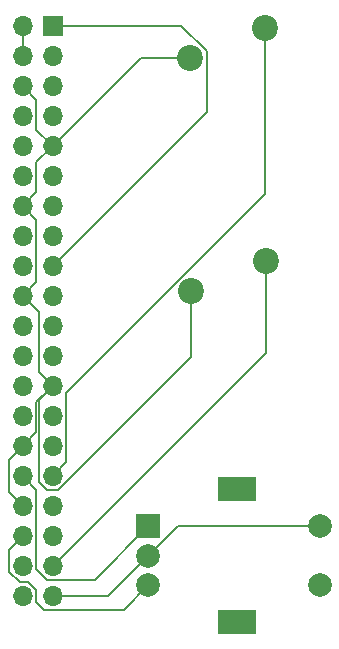
<source format=gbr>
%TF.GenerationSoftware,KiCad,Pcbnew,9.0.0*%
%TF.CreationDate,2025-06-10T12:24:27+05:30*%
%TF.ProjectId,MP3Player,4d503350-6c61-4796-9572-2e6b69636164,rev?*%
%TF.SameCoordinates,Original*%
%TF.FileFunction,Copper,L1,Top*%
%TF.FilePolarity,Positive*%
%FSLAX46Y46*%
G04 Gerber Fmt 4.6, Leading zero omitted, Abs format (unit mm)*
G04 Created by KiCad (PCBNEW 9.0.0) date 2025-06-10 12:24:27*
%MOMM*%
%LPD*%
G01*
G04 APERTURE LIST*
%TA.AperFunction,ComponentPad*%
%ADD10C,2.200000*%
%TD*%
%TA.AperFunction,ComponentPad*%
%ADD11C,2.000000*%
%TD*%
%TA.AperFunction,ComponentPad*%
%ADD12R,3.200000X2.000000*%
%TD*%
%TA.AperFunction,ComponentPad*%
%ADD13R,2.000000X2.000000*%
%TD*%
%TA.AperFunction,ComponentPad*%
%ADD14R,1.700000X1.700000*%
%TD*%
%TA.AperFunction,ComponentPad*%
%ADD15O,1.700000X1.700000*%
%TD*%
%TA.AperFunction,Conductor*%
%ADD16C,0.200000*%
%TD*%
G04 APERTURE END LIST*
D10*
%TO.P,SW3,2,2*%
%TO.N,Net-(J1-GND-Pad14)*%
X155190000Y-109880000D03*
%TO.P,SW3,1,1*%
%TO.N,Net-(J1-GPIO26{slash}SDIO_DAT2)*%
X161540000Y-107340000D03*
%TD*%
D11*
%TO.P,SW1,S2,S2*%
%TO.N,Net-(J1-GND-Pad14)*%
X166080000Y-129745000D03*
%TO.P,SW1,S1,S1*%
%TO.N,Net-(J1-GPCLK1{slash}GPIO05)*%
X166080000Y-134745000D03*
D12*
%TO.P,SW1,MP*%
%TO.N,N/C*%
X159080000Y-137845000D03*
X159080000Y-126645000D03*
D11*
%TO.P,SW1,C,C*%
%TO.N,Net-(J1-GND-Pad14)*%
X151580000Y-132245000D03*
%TO.P,SW1,B,B*%
%TO.N,Net-(J1-GPIO16{slash}SPI1_~{CE2})*%
X151580000Y-134745000D03*
D13*
%TO.P,SW1,A,A*%
%TO.N,Net-(J1-GPIO12{slash}PWM0)*%
X151580000Y-129745000D03*
%TD*%
D10*
%TO.P,SW2,2,2*%
%TO.N,Net-(J1-GND-Pad14)*%
X155110000Y-90135000D03*
%TO.P,SW2,1,1*%
%TO.N,Net-(J1-GPCLK2{slash}GPIO06)*%
X161460000Y-87595000D03*
%TD*%
D14*
%TO.P,J1,1,3V3*%
%TO.N,Net-(J1-3V3-Pad1)*%
X143500000Y-87400000D03*
D15*
%TO.P,J1,2,5V*%
%TO.N,Net-(J1-5V-Pad2)*%
X140960000Y-87400000D03*
%TO.P,J1,3,SDA_I2C1/GPIO02*%
%TO.N,unconnected-(J1-SDA_I2C1{slash}GPIO02-Pad3)*%
X143500000Y-89940000D03*
%TO.P,J1,4,5V*%
%TO.N,Net-(J1-5V-Pad2)*%
X140960000Y-89940000D03*
%TO.P,J1,5,SCL_I2C1/GPIO03*%
%TO.N,unconnected-(J1-SCL_I2C1{slash}GPIO03-Pad5)*%
X143500000Y-92480000D03*
%TO.P,J1,6,GND*%
%TO.N,Net-(J1-GND-Pad14)*%
X140960000Y-92480000D03*
%TO.P,J1,7,GPCLK0/GPIO04*%
%TO.N,unconnected-(J1-GPCLK0{slash}GPIO04-Pad7)*%
X143500000Y-95020000D03*
%TO.P,J1,8,GPIO14/UART_TXD*%
%TO.N,unconnected-(J1-GPIO14{slash}UART_TXD-Pad8)*%
X140960000Y-95020000D03*
%TO.P,J1,9,GND*%
%TO.N,Net-(J1-GND-Pad14)*%
X143500000Y-97560000D03*
%TO.P,J1,10,GPIO15/UART_RXD*%
%TO.N,unconnected-(J1-GPIO15{slash}UART_RXD-Pad10)*%
X140960000Y-97560000D03*
%TO.P,J1,11,GPIO17/SPI1_~{CE1}*%
%TO.N,unconnected-(J1-GPIO17{slash}SPI1_~{CE1}-Pad11)*%
X143500000Y-100100000D03*
%TO.P,J1,12,GPIO18/SPI1_~{CE0}/PCM_CLK/PWM0*%
%TO.N,unconnected-(J1-GPIO18{slash}SPI1_~{CE0}{slash}PCM_CLK{slash}PWM0-Pad12)*%
X140960000Y-100100000D03*
%TO.P,J1,13,GPIO27/SDIO_DAT3*%
%TO.N,unconnected-(J1-GPIO27{slash}SDIO_DAT3-Pad13)*%
X143500000Y-102640000D03*
%TO.P,J1,14,GND*%
%TO.N,Net-(J1-GND-Pad14)*%
X140960000Y-102640000D03*
%TO.P,J1,15,GPIO22/SDIO_CLK*%
%TO.N,unconnected-(J1-GPIO22{slash}SDIO_CLK-Pad15)*%
X143500000Y-105180000D03*
%TO.P,J1,16,GPIO23/SDIO_CMD*%
%TO.N,unconnected-(J1-GPIO23{slash}SDIO_CMD-Pad16)*%
X140960000Y-105180000D03*
%TO.P,J1,17,3V3*%
%TO.N,Net-(J1-3V3-Pad1)*%
X143500000Y-107720000D03*
%TO.P,J1,18,GPIO24/SDIO_DAT0*%
%TO.N,unconnected-(J1-GPIO24{slash}SDIO_DAT0-Pad18)*%
X140960000Y-107720000D03*
%TO.P,J1,19,MOSI_SPI0/GPIO10*%
%TO.N,unconnected-(J1-MOSI_SPI0{slash}GPIO10-Pad19)*%
X143500000Y-110260000D03*
%TO.P,J1,20,GND*%
%TO.N,Net-(J1-GND-Pad14)*%
X140960000Y-110260000D03*
%TO.P,J1,21,MISO_SPI0/GPIO09*%
%TO.N,unconnected-(J1-MISO_SPI0{slash}GPIO09-Pad21)*%
X143500000Y-112800000D03*
%TO.P,J1,22,GPIO25/SDIO_DAT1*%
%TO.N,unconnected-(J1-GPIO25{slash}SDIO_DAT1-Pad22)*%
X140960000Y-112800000D03*
%TO.P,J1,23,SCLK_SPI0/GPIO11*%
%TO.N,unconnected-(J1-SCLK_SPI0{slash}GPIO11-Pad23)*%
X143500000Y-115340000D03*
%TO.P,J1,24,~{CE0}_SPI0/GPIO08*%
%TO.N,unconnected-(J1-~{CE0}_SPI0{slash}GPIO08-Pad24)*%
X140960000Y-115340000D03*
%TO.P,J1,25,GND*%
%TO.N,Net-(J1-GND-Pad14)*%
X143500000Y-117880000D03*
%TO.P,J1,26,~{CE1}_SPI0/GPIO07*%
%TO.N,unconnected-(J1-~{CE1}_SPI0{slash}GPIO07-Pad26)*%
X140960000Y-117880000D03*
%TO.P,J1,27,ID_SD_I2C0/GPIO00*%
%TO.N,unconnected-(J1-ID_SD_I2C0{slash}GPIO00-Pad27)*%
X143500000Y-120420000D03*
%TO.P,J1,28,ID_SC_I2C0/GPIO01*%
%TO.N,unconnected-(J1-ID_SC_I2C0{slash}GPIO01-Pad28)*%
X140960000Y-120420000D03*
%TO.P,J1,29,GPCLK1/GPIO05*%
%TO.N,Net-(J1-GPCLK1{slash}GPIO05)*%
X143500000Y-122960000D03*
%TO.P,J1,30,GND*%
%TO.N,Net-(J1-GND-Pad14)*%
X140960000Y-122960000D03*
%TO.P,J1,31,GPCLK2/GPIO06*%
%TO.N,Net-(J1-GPCLK2{slash}GPIO06)*%
X143500000Y-125500000D03*
%TO.P,J1,32,GPIO12/PWM0*%
%TO.N,Net-(J1-GPIO12{slash}PWM0)*%
X140960000Y-125500000D03*
%TO.P,J1,33,GPIO13/PWM1*%
%TO.N,unconnected-(J1-GPIO13{slash}PWM1-Pad33)*%
X143500000Y-128040000D03*
%TO.P,J1,34,GND*%
%TO.N,Net-(J1-GND-Pad14)*%
X140960000Y-128040000D03*
%TO.P,J1,35,GPIO19/SPI1_MISO/PCM_FS*%
%TO.N,unconnected-(J1-GPIO19{slash}SPI1_MISO{slash}PCM_FS-Pad35)*%
X143500000Y-130580000D03*
%TO.P,J1,36,GPIO16/SPI1_~{CE2}*%
%TO.N,Net-(J1-GPIO16{slash}SPI1_~{CE2})*%
X140960000Y-130580000D03*
%TO.P,J1,37,GPIO26/SDIO_DAT2*%
%TO.N,Net-(J1-GPIO26{slash}SDIO_DAT2)*%
X143500000Y-133120000D03*
%TO.P,J1,38,GPIO20/SPI1_MOSI/PCM_DIN/PWM1*%
%TO.N,unconnected-(J1-GPIO20{slash}SPI1_MOSI{slash}PCM_DIN{slash}PWM1-Pad38)*%
X140960000Y-133120000D03*
%TO.P,J1,39,GND*%
%TO.N,Net-(J1-GND-Pad14)*%
X143500000Y-135660000D03*
%TO.P,J1,40,GPIO21/SPI1_SCLK/PCM_DOUT*%
%TO.N,unconnected-(J1-GPIO21{slash}SPI1_SCLK{slash}PCM_DOUT-Pad40)*%
X140960000Y-135660000D03*
%TD*%
D16*
%TO.N,Net-(J1-5V-Pad2)*%
X140960000Y-87400000D02*
X140960000Y-89940000D01*
%TO.N,Net-(J1-3V3-Pad1)*%
X156511000Y-89554686D02*
X156511000Y-94709000D01*
X154356314Y-87400000D02*
X156511000Y-89554686D01*
X156511000Y-94709000D02*
X143500000Y-107720000D01*
X143500000Y-87400000D02*
X154356314Y-87400000D01*
%TO.N,Net-(J1-GND-Pad14)*%
X142111000Y-93631000D02*
X140960000Y-92480000D01*
X142111000Y-96171000D02*
X142111000Y-93631000D01*
X143500000Y-97560000D02*
X142111000Y-96171000D01*
X142111000Y-98949000D02*
X143500000Y-97560000D01*
X142111000Y-101489000D02*
X142111000Y-98949000D01*
X140960000Y-102640000D02*
X142111000Y-101489000D01*
X142111000Y-109109000D02*
X142111000Y-103791000D01*
X142111000Y-103791000D02*
X140960000Y-102640000D01*
X140960000Y-110260000D02*
X142111000Y-109109000D01*
X142349000Y-111649000D02*
X140960000Y-110260000D01*
X142349000Y-116729000D02*
X142349000Y-111649000D01*
X143500000Y-117880000D02*
X142349000Y-116729000D01*
X142111000Y-119269000D02*
X143500000Y-117880000D01*
X140960000Y-122960000D02*
X142111000Y-121809000D01*
X142111000Y-121809000D02*
X142111000Y-119269000D01*
X139809000Y-124111000D02*
X140960000Y-122960000D01*
X139809000Y-126889000D02*
X139809000Y-124111000D01*
X140960000Y-128040000D02*
X139809000Y-126889000D01*
X154080000Y-129745000D02*
X151580000Y-132245000D01*
X166080000Y-129745000D02*
X154080000Y-129745000D01*
%TO.N,Net-(J1-GPIO16{slash}SPI1_~{CE2})*%
X139809000Y-131731000D02*
X140960000Y-130580000D01*
X139809000Y-133596760D02*
X139809000Y-131731000D01*
X140712240Y-134500000D02*
X139809000Y-133596760D01*
X141427760Y-134500000D02*
X140712240Y-134500000D01*
X142111000Y-135183240D02*
X141427760Y-134500000D01*
X142111000Y-136136760D02*
X142111000Y-135183240D01*
X142785240Y-136811000D02*
X142111000Y-136136760D01*
X149514000Y-136811000D02*
X142785240Y-136811000D01*
X151580000Y-134745000D02*
X149514000Y-136811000D01*
%TO.N,Net-(J1-GND-Pad14)*%
X148165000Y-135660000D02*
X143500000Y-135660000D01*
X151580000Y-132245000D02*
X148165000Y-135660000D01*
%TO.N,Net-(J1-GPIO12{slash}PWM0)*%
X142111000Y-126651000D02*
X140960000Y-125500000D01*
X142111000Y-133358760D02*
X142111000Y-126651000D01*
X143023240Y-134271000D02*
X142111000Y-133358760D01*
X151580000Y-129745000D02*
X147054000Y-134271000D01*
X147054000Y-134271000D02*
X143023240Y-134271000D01*
%TO.N,Net-(J1-GND-Pad14)*%
X142349000Y-119031000D02*
X143500000Y-117880000D01*
X143023240Y-126651000D02*
X142349000Y-125976760D01*
X143976760Y-126651000D02*
X143023240Y-126651000D01*
X142349000Y-125976760D02*
X142349000Y-119031000D01*
X155190000Y-115437760D02*
X143976760Y-126651000D01*
X155190000Y-109880000D02*
X155190000Y-115437760D01*
%TO.N,Net-(J1-GPIO26{slash}SDIO_DAT2)*%
X161540000Y-115080000D02*
X143500000Y-133120000D01*
X161540000Y-107340000D02*
X161540000Y-115080000D01*
%TO.N,Net-(J1-GND-Pad14)*%
X150925000Y-90135000D02*
X143500000Y-97560000D01*
X155110000Y-90135000D02*
X150925000Y-90135000D01*
%TO.N,Net-(J1-GPCLK2{slash}GPIO06)*%
X144651000Y-124349000D02*
X143500000Y-125500000D01*
X144651000Y-118437686D02*
X144651000Y-124349000D01*
X161460000Y-101628686D02*
X144651000Y-118437686D01*
X161460000Y-87595000D02*
X161460000Y-101628686D01*
%TD*%
M02*

</source>
